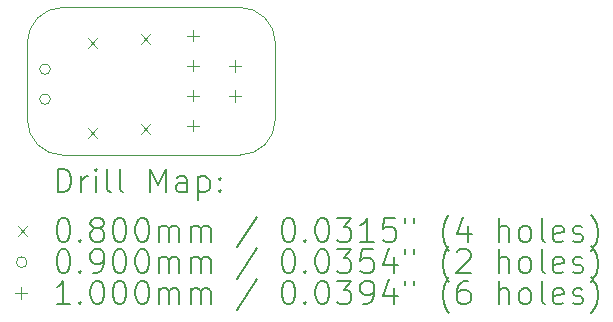
<source format=gbr>
%TF.GenerationSoftware,KiCad,Pcbnew,8.0.4*%
%TF.CreationDate,2024-08-19T00:06:55-07:00*%
%TF.ProjectId,LED2,4c454432-2e6b-4696-9361-645f70636258,rev?*%
%TF.SameCoordinates,Original*%
%TF.FileFunction,Drillmap*%
%TF.FilePolarity,Positive*%
%FSLAX45Y45*%
G04 Gerber Fmt 4.5, Leading zero omitted, Abs format (unit mm)*
G04 Created by KiCad (PCBNEW 8.0.4) date 2024-08-19 00:06:55*
%MOMM*%
%LPD*%
G01*
G04 APERTURE LIST*
%ADD10C,0.050000*%
%ADD11C,0.200000*%
%ADD12C,0.100000*%
G04 APERTURE END LIST*
D10*
X16006000Y-9281000D02*
G75*
G02*
X16306000Y-9581000I0J-300000D01*
G01*
X16006000Y-10531000D02*
X14506000Y-10531000D01*
X16306000Y-9581000D02*
X16306000Y-10231000D01*
X14206000Y-9581000D02*
G75*
G02*
X14506000Y-9281000I300000J0D01*
G01*
X14206000Y-10231000D02*
X14206000Y-9581000D01*
X14506000Y-10531000D02*
G75*
G02*
X14206000Y-10231000I0J300000D01*
G01*
X14506000Y-9281000D02*
X16006000Y-9281000D01*
X16306000Y-10231000D02*
G75*
G02*
X16006000Y-10531000I-300000J0D01*
G01*
D11*
D12*
X14716000Y-9541000D02*
X14796000Y-9621000D01*
X14796000Y-9541000D02*
X14716000Y-9621000D01*
X14716000Y-10303000D02*
X14796000Y-10383000D01*
X14796000Y-10303000D02*
X14716000Y-10383000D01*
X15166000Y-9510000D02*
X15246000Y-9590000D01*
X15246000Y-9510000D02*
X15166000Y-9590000D01*
X15166000Y-10272000D02*
X15246000Y-10352000D01*
X15246000Y-10272000D02*
X15166000Y-10352000D01*
X14401000Y-9803500D02*
G75*
G02*
X14311000Y-9803500I-45000J0D01*
G01*
X14311000Y-9803500D02*
G75*
G02*
X14401000Y-9803500I45000J0D01*
G01*
X14401000Y-10057500D02*
G75*
G02*
X14311000Y-10057500I-45000J0D01*
G01*
X14311000Y-10057500D02*
G75*
G02*
X14401000Y-10057500I45000J0D01*
G01*
X15606000Y-9469000D02*
X15606000Y-9569000D01*
X15556000Y-9519000D02*
X15656000Y-9519000D01*
X15606000Y-9723000D02*
X15606000Y-9823000D01*
X15556000Y-9773000D02*
X15656000Y-9773000D01*
X15606000Y-9977000D02*
X15606000Y-10077000D01*
X15556000Y-10027000D02*
X15656000Y-10027000D01*
X15606000Y-10231000D02*
X15606000Y-10331000D01*
X15556000Y-10281000D02*
X15656000Y-10281000D01*
X15965000Y-9725000D02*
X15965000Y-9825000D01*
X15915000Y-9775000D02*
X16015000Y-9775000D01*
X15965000Y-9979000D02*
X15965000Y-10079000D01*
X15915000Y-10029000D02*
X16015000Y-10029000D01*
D11*
X14464277Y-10844984D02*
X14464277Y-10644984D01*
X14464277Y-10644984D02*
X14511896Y-10644984D01*
X14511896Y-10644984D02*
X14540467Y-10654508D01*
X14540467Y-10654508D02*
X14559515Y-10673555D01*
X14559515Y-10673555D02*
X14569039Y-10692603D01*
X14569039Y-10692603D02*
X14578562Y-10730698D01*
X14578562Y-10730698D02*
X14578562Y-10759270D01*
X14578562Y-10759270D02*
X14569039Y-10797365D01*
X14569039Y-10797365D02*
X14559515Y-10816412D01*
X14559515Y-10816412D02*
X14540467Y-10835460D01*
X14540467Y-10835460D02*
X14511896Y-10844984D01*
X14511896Y-10844984D02*
X14464277Y-10844984D01*
X14664277Y-10844984D02*
X14664277Y-10711650D01*
X14664277Y-10749746D02*
X14673801Y-10730698D01*
X14673801Y-10730698D02*
X14683324Y-10721174D01*
X14683324Y-10721174D02*
X14702372Y-10711650D01*
X14702372Y-10711650D02*
X14721420Y-10711650D01*
X14788086Y-10844984D02*
X14788086Y-10711650D01*
X14788086Y-10644984D02*
X14778562Y-10654508D01*
X14778562Y-10654508D02*
X14788086Y-10664031D01*
X14788086Y-10664031D02*
X14797610Y-10654508D01*
X14797610Y-10654508D02*
X14788086Y-10644984D01*
X14788086Y-10644984D02*
X14788086Y-10664031D01*
X14911896Y-10844984D02*
X14892848Y-10835460D01*
X14892848Y-10835460D02*
X14883324Y-10816412D01*
X14883324Y-10816412D02*
X14883324Y-10644984D01*
X15016658Y-10844984D02*
X14997610Y-10835460D01*
X14997610Y-10835460D02*
X14988086Y-10816412D01*
X14988086Y-10816412D02*
X14988086Y-10644984D01*
X15245229Y-10844984D02*
X15245229Y-10644984D01*
X15245229Y-10644984D02*
X15311896Y-10787841D01*
X15311896Y-10787841D02*
X15378562Y-10644984D01*
X15378562Y-10644984D02*
X15378562Y-10844984D01*
X15559515Y-10844984D02*
X15559515Y-10740222D01*
X15559515Y-10740222D02*
X15549991Y-10721174D01*
X15549991Y-10721174D02*
X15530943Y-10711650D01*
X15530943Y-10711650D02*
X15492848Y-10711650D01*
X15492848Y-10711650D02*
X15473801Y-10721174D01*
X15559515Y-10835460D02*
X15540467Y-10844984D01*
X15540467Y-10844984D02*
X15492848Y-10844984D01*
X15492848Y-10844984D02*
X15473801Y-10835460D01*
X15473801Y-10835460D02*
X15464277Y-10816412D01*
X15464277Y-10816412D02*
X15464277Y-10797365D01*
X15464277Y-10797365D02*
X15473801Y-10778317D01*
X15473801Y-10778317D02*
X15492848Y-10768793D01*
X15492848Y-10768793D02*
X15540467Y-10768793D01*
X15540467Y-10768793D02*
X15559515Y-10759270D01*
X15654753Y-10711650D02*
X15654753Y-10911650D01*
X15654753Y-10721174D02*
X15673801Y-10711650D01*
X15673801Y-10711650D02*
X15711896Y-10711650D01*
X15711896Y-10711650D02*
X15730943Y-10721174D01*
X15730943Y-10721174D02*
X15740467Y-10730698D01*
X15740467Y-10730698D02*
X15749991Y-10749746D01*
X15749991Y-10749746D02*
X15749991Y-10806889D01*
X15749991Y-10806889D02*
X15740467Y-10825936D01*
X15740467Y-10825936D02*
X15730943Y-10835460D01*
X15730943Y-10835460D02*
X15711896Y-10844984D01*
X15711896Y-10844984D02*
X15673801Y-10844984D01*
X15673801Y-10844984D02*
X15654753Y-10835460D01*
X15835705Y-10825936D02*
X15845229Y-10835460D01*
X15845229Y-10835460D02*
X15835705Y-10844984D01*
X15835705Y-10844984D02*
X15826182Y-10835460D01*
X15826182Y-10835460D02*
X15835705Y-10825936D01*
X15835705Y-10825936D02*
X15835705Y-10844984D01*
X15835705Y-10721174D02*
X15845229Y-10730698D01*
X15845229Y-10730698D02*
X15835705Y-10740222D01*
X15835705Y-10740222D02*
X15826182Y-10730698D01*
X15826182Y-10730698D02*
X15835705Y-10721174D01*
X15835705Y-10721174D02*
X15835705Y-10740222D01*
D12*
X14123500Y-11133500D02*
X14203500Y-11213500D01*
X14203500Y-11133500D02*
X14123500Y-11213500D01*
D11*
X14502372Y-11064984D02*
X14521420Y-11064984D01*
X14521420Y-11064984D02*
X14540467Y-11074508D01*
X14540467Y-11074508D02*
X14549991Y-11084031D01*
X14549991Y-11084031D02*
X14559515Y-11103079D01*
X14559515Y-11103079D02*
X14569039Y-11141174D01*
X14569039Y-11141174D02*
X14569039Y-11188793D01*
X14569039Y-11188793D02*
X14559515Y-11226888D01*
X14559515Y-11226888D02*
X14549991Y-11245936D01*
X14549991Y-11245936D02*
X14540467Y-11255460D01*
X14540467Y-11255460D02*
X14521420Y-11264984D01*
X14521420Y-11264984D02*
X14502372Y-11264984D01*
X14502372Y-11264984D02*
X14483324Y-11255460D01*
X14483324Y-11255460D02*
X14473801Y-11245936D01*
X14473801Y-11245936D02*
X14464277Y-11226888D01*
X14464277Y-11226888D02*
X14454753Y-11188793D01*
X14454753Y-11188793D02*
X14454753Y-11141174D01*
X14454753Y-11141174D02*
X14464277Y-11103079D01*
X14464277Y-11103079D02*
X14473801Y-11084031D01*
X14473801Y-11084031D02*
X14483324Y-11074508D01*
X14483324Y-11074508D02*
X14502372Y-11064984D01*
X14654753Y-11245936D02*
X14664277Y-11255460D01*
X14664277Y-11255460D02*
X14654753Y-11264984D01*
X14654753Y-11264984D02*
X14645229Y-11255460D01*
X14645229Y-11255460D02*
X14654753Y-11245936D01*
X14654753Y-11245936D02*
X14654753Y-11264984D01*
X14778562Y-11150698D02*
X14759515Y-11141174D01*
X14759515Y-11141174D02*
X14749991Y-11131650D01*
X14749991Y-11131650D02*
X14740467Y-11112603D01*
X14740467Y-11112603D02*
X14740467Y-11103079D01*
X14740467Y-11103079D02*
X14749991Y-11084031D01*
X14749991Y-11084031D02*
X14759515Y-11074508D01*
X14759515Y-11074508D02*
X14778562Y-11064984D01*
X14778562Y-11064984D02*
X14816658Y-11064984D01*
X14816658Y-11064984D02*
X14835705Y-11074508D01*
X14835705Y-11074508D02*
X14845229Y-11084031D01*
X14845229Y-11084031D02*
X14854753Y-11103079D01*
X14854753Y-11103079D02*
X14854753Y-11112603D01*
X14854753Y-11112603D02*
X14845229Y-11131650D01*
X14845229Y-11131650D02*
X14835705Y-11141174D01*
X14835705Y-11141174D02*
X14816658Y-11150698D01*
X14816658Y-11150698D02*
X14778562Y-11150698D01*
X14778562Y-11150698D02*
X14759515Y-11160222D01*
X14759515Y-11160222D02*
X14749991Y-11169746D01*
X14749991Y-11169746D02*
X14740467Y-11188793D01*
X14740467Y-11188793D02*
X14740467Y-11226888D01*
X14740467Y-11226888D02*
X14749991Y-11245936D01*
X14749991Y-11245936D02*
X14759515Y-11255460D01*
X14759515Y-11255460D02*
X14778562Y-11264984D01*
X14778562Y-11264984D02*
X14816658Y-11264984D01*
X14816658Y-11264984D02*
X14835705Y-11255460D01*
X14835705Y-11255460D02*
X14845229Y-11245936D01*
X14845229Y-11245936D02*
X14854753Y-11226888D01*
X14854753Y-11226888D02*
X14854753Y-11188793D01*
X14854753Y-11188793D02*
X14845229Y-11169746D01*
X14845229Y-11169746D02*
X14835705Y-11160222D01*
X14835705Y-11160222D02*
X14816658Y-11150698D01*
X14978562Y-11064984D02*
X14997610Y-11064984D01*
X14997610Y-11064984D02*
X15016658Y-11074508D01*
X15016658Y-11074508D02*
X15026182Y-11084031D01*
X15026182Y-11084031D02*
X15035705Y-11103079D01*
X15035705Y-11103079D02*
X15045229Y-11141174D01*
X15045229Y-11141174D02*
X15045229Y-11188793D01*
X15045229Y-11188793D02*
X15035705Y-11226888D01*
X15035705Y-11226888D02*
X15026182Y-11245936D01*
X15026182Y-11245936D02*
X15016658Y-11255460D01*
X15016658Y-11255460D02*
X14997610Y-11264984D01*
X14997610Y-11264984D02*
X14978562Y-11264984D01*
X14978562Y-11264984D02*
X14959515Y-11255460D01*
X14959515Y-11255460D02*
X14949991Y-11245936D01*
X14949991Y-11245936D02*
X14940467Y-11226888D01*
X14940467Y-11226888D02*
X14930943Y-11188793D01*
X14930943Y-11188793D02*
X14930943Y-11141174D01*
X14930943Y-11141174D02*
X14940467Y-11103079D01*
X14940467Y-11103079D02*
X14949991Y-11084031D01*
X14949991Y-11084031D02*
X14959515Y-11074508D01*
X14959515Y-11074508D02*
X14978562Y-11064984D01*
X15169039Y-11064984D02*
X15188086Y-11064984D01*
X15188086Y-11064984D02*
X15207134Y-11074508D01*
X15207134Y-11074508D02*
X15216658Y-11084031D01*
X15216658Y-11084031D02*
X15226182Y-11103079D01*
X15226182Y-11103079D02*
X15235705Y-11141174D01*
X15235705Y-11141174D02*
X15235705Y-11188793D01*
X15235705Y-11188793D02*
X15226182Y-11226888D01*
X15226182Y-11226888D02*
X15216658Y-11245936D01*
X15216658Y-11245936D02*
X15207134Y-11255460D01*
X15207134Y-11255460D02*
X15188086Y-11264984D01*
X15188086Y-11264984D02*
X15169039Y-11264984D01*
X15169039Y-11264984D02*
X15149991Y-11255460D01*
X15149991Y-11255460D02*
X15140467Y-11245936D01*
X15140467Y-11245936D02*
X15130943Y-11226888D01*
X15130943Y-11226888D02*
X15121420Y-11188793D01*
X15121420Y-11188793D02*
X15121420Y-11141174D01*
X15121420Y-11141174D02*
X15130943Y-11103079D01*
X15130943Y-11103079D02*
X15140467Y-11084031D01*
X15140467Y-11084031D02*
X15149991Y-11074508D01*
X15149991Y-11074508D02*
X15169039Y-11064984D01*
X15321420Y-11264984D02*
X15321420Y-11131650D01*
X15321420Y-11150698D02*
X15330943Y-11141174D01*
X15330943Y-11141174D02*
X15349991Y-11131650D01*
X15349991Y-11131650D02*
X15378563Y-11131650D01*
X15378563Y-11131650D02*
X15397610Y-11141174D01*
X15397610Y-11141174D02*
X15407134Y-11160222D01*
X15407134Y-11160222D02*
X15407134Y-11264984D01*
X15407134Y-11160222D02*
X15416658Y-11141174D01*
X15416658Y-11141174D02*
X15435705Y-11131650D01*
X15435705Y-11131650D02*
X15464277Y-11131650D01*
X15464277Y-11131650D02*
X15483324Y-11141174D01*
X15483324Y-11141174D02*
X15492848Y-11160222D01*
X15492848Y-11160222D02*
X15492848Y-11264984D01*
X15588086Y-11264984D02*
X15588086Y-11131650D01*
X15588086Y-11150698D02*
X15597610Y-11141174D01*
X15597610Y-11141174D02*
X15616658Y-11131650D01*
X15616658Y-11131650D02*
X15645229Y-11131650D01*
X15645229Y-11131650D02*
X15664277Y-11141174D01*
X15664277Y-11141174D02*
X15673801Y-11160222D01*
X15673801Y-11160222D02*
X15673801Y-11264984D01*
X15673801Y-11160222D02*
X15683324Y-11141174D01*
X15683324Y-11141174D02*
X15702372Y-11131650D01*
X15702372Y-11131650D02*
X15730943Y-11131650D01*
X15730943Y-11131650D02*
X15749991Y-11141174D01*
X15749991Y-11141174D02*
X15759515Y-11160222D01*
X15759515Y-11160222D02*
X15759515Y-11264984D01*
X16149991Y-11055460D02*
X15978563Y-11312603D01*
X16407134Y-11064984D02*
X16426182Y-11064984D01*
X16426182Y-11064984D02*
X16445229Y-11074508D01*
X16445229Y-11074508D02*
X16454753Y-11084031D01*
X16454753Y-11084031D02*
X16464277Y-11103079D01*
X16464277Y-11103079D02*
X16473801Y-11141174D01*
X16473801Y-11141174D02*
X16473801Y-11188793D01*
X16473801Y-11188793D02*
X16464277Y-11226888D01*
X16464277Y-11226888D02*
X16454753Y-11245936D01*
X16454753Y-11245936D02*
X16445229Y-11255460D01*
X16445229Y-11255460D02*
X16426182Y-11264984D01*
X16426182Y-11264984D02*
X16407134Y-11264984D01*
X16407134Y-11264984D02*
X16388086Y-11255460D01*
X16388086Y-11255460D02*
X16378563Y-11245936D01*
X16378563Y-11245936D02*
X16369039Y-11226888D01*
X16369039Y-11226888D02*
X16359515Y-11188793D01*
X16359515Y-11188793D02*
X16359515Y-11141174D01*
X16359515Y-11141174D02*
X16369039Y-11103079D01*
X16369039Y-11103079D02*
X16378563Y-11084031D01*
X16378563Y-11084031D02*
X16388086Y-11074508D01*
X16388086Y-11074508D02*
X16407134Y-11064984D01*
X16559515Y-11245936D02*
X16569039Y-11255460D01*
X16569039Y-11255460D02*
X16559515Y-11264984D01*
X16559515Y-11264984D02*
X16549991Y-11255460D01*
X16549991Y-11255460D02*
X16559515Y-11245936D01*
X16559515Y-11245936D02*
X16559515Y-11264984D01*
X16692848Y-11064984D02*
X16711896Y-11064984D01*
X16711896Y-11064984D02*
X16730944Y-11074508D01*
X16730944Y-11074508D02*
X16740467Y-11084031D01*
X16740467Y-11084031D02*
X16749991Y-11103079D01*
X16749991Y-11103079D02*
X16759515Y-11141174D01*
X16759515Y-11141174D02*
X16759515Y-11188793D01*
X16759515Y-11188793D02*
X16749991Y-11226888D01*
X16749991Y-11226888D02*
X16740467Y-11245936D01*
X16740467Y-11245936D02*
X16730944Y-11255460D01*
X16730944Y-11255460D02*
X16711896Y-11264984D01*
X16711896Y-11264984D02*
X16692848Y-11264984D01*
X16692848Y-11264984D02*
X16673801Y-11255460D01*
X16673801Y-11255460D02*
X16664277Y-11245936D01*
X16664277Y-11245936D02*
X16654753Y-11226888D01*
X16654753Y-11226888D02*
X16645229Y-11188793D01*
X16645229Y-11188793D02*
X16645229Y-11141174D01*
X16645229Y-11141174D02*
X16654753Y-11103079D01*
X16654753Y-11103079D02*
X16664277Y-11084031D01*
X16664277Y-11084031D02*
X16673801Y-11074508D01*
X16673801Y-11074508D02*
X16692848Y-11064984D01*
X16826182Y-11064984D02*
X16949991Y-11064984D01*
X16949991Y-11064984D02*
X16883325Y-11141174D01*
X16883325Y-11141174D02*
X16911896Y-11141174D01*
X16911896Y-11141174D02*
X16930944Y-11150698D01*
X16930944Y-11150698D02*
X16940468Y-11160222D01*
X16940468Y-11160222D02*
X16949991Y-11179270D01*
X16949991Y-11179270D02*
X16949991Y-11226888D01*
X16949991Y-11226888D02*
X16940468Y-11245936D01*
X16940468Y-11245936D02*
X16930944Y-11255460D01*
X16930944Y-11255460D02*
X16911896Y-11264984D01*
X16911896Y-11264984D02*
X16854753Y-11264984D01*
X16854753Y-11264984D02*
X16835706Y-11255460D01*
X16835706Y-11255460D02*
X16826182Y-11245936D01*
X17140468Y-11264984D02*
X17026182Y-11264984D01*
X17083325Y-11264984D02*
X17083325Y-11064984D01*
X17083325Y-11064984D02*
X17064277Y-11093555D01*
X17064277Y-11093555D02*
X17045229Y-11112603D01*
X17045229Y-11112603D02*
X17026182Y-11122127D01*
X17321420Y-11064984D02*
X17226182Y-11064984D01*
X17226182Y-11064984D02*
X17216658Y-11160222D01*
X17216658Y-11160222D02*
X17226182Y-11150698D01*
X17226182Y-11150698D02*
X17245229Y-11141174D01*
X17245229Y-11141174D02*
X17292849Y-11141174D01*
X17292849Y-11141174D02*
X17311896Y-11150698D01*
X17311896Y-11150698D02*
X17321420Y-11160222D01*
X17321420Y-11160222D02*
X17330944Y-11179270D01*
X17330944Y-11179270D02*
X17330944Y-11226888D01*
X17330944Y-11226888D02*
X17321420Y-11245936D01*
X17321420Y-11245936D02*
X17311896Y-11255460D01*
X17311896Y-11255460D02*
X17292849Y-11264984D01*
X17292849Y-11264984D02*
X17245229Y-11264984D01*
X17245229Y-11264984D02*
X17226182Y-11255460D01*
X17226182Y-11255460D02*
X17216658Y-11245936D01*
X17407134Y-11064984D02*
X17407134Y-11103079D01*
X17483325Y-11064984D02*
X17483325Y-11103079D01*
X17778563Y-11341174D02*
X17769039Y-11331650D01*
X17769039Y-11331650D02*
X17749991Y-11303079D01*
X17749991Y-11303079D02*
X17740468Y-11284031D01*
X17740468Y-11284031D02*
X17730944Y-11255460D01*
X17730944Y-11255460D02*
X17721420Y-11207841D01*
X17721420Y-11207841D02*
X17721420Y-11169746D01*
X17721420Y-11169746D02*
X17730944Y-11122127D01*
X17730944Y-11122127D02*
X17740468Y-11093555D01*
X17740468Y-11093555D02*
X17749991Y-11074508D01*
X17749991Y-11074508D02*
X17769039Y-11045936D01*
X17769039Y-11045936D02*
X17778563Y-11036412D01*
X17940468Y-11131650D02*
X17940468Y-11264984D01*
X17892849Y-11055460D02*
X17845230Y-11198317D01*
X17845230Y-11198317D02*
X17969039Y-11198317D01*
X18197611Y-11264984D02*
X18197611Y-11064984D01*
X18283325Y-11264984D02*
X18283325Y-11160222D01*
X18283325Y-11160222D02*
X18273801Y-11141174D01*
X18273801Y-11141174D02*
X18254753Y-11131650D01*
X18254753Y-11131650D02*
X18226182Y-11131650D01*
X18226182Y-11131650D02*
X18207134Y-11141174D01*
X18207134Y-11141174D02*
X18197611Y-11150698D01*
X18407134Y-11264984D02*
X18388087Y-11255460D01*
X18388087Y-11255460D02*
X18378563Y-11245936D01*
X18378563Y-11245936D02*
X18369039Y-11226888D01*
X18369039Y-11226888D02*
X18369039Y-11169746D01*
X18369039Y-11169746D02*
X18378563Y-11150698D01*
X18378563Y-11150698D02*
X18388087Y-11141174D01*
X18388087Y-11141174D02*
X18407134Y-11131650D01*
X18407134Y-11131650D02*
X18435706Y-11131650D01*
X18435706Y-11131650D02*
X18454753Y-11141174D01*
X18454753Y-11141174D02*
X18464277Y-11150698D01*
X18464277Y-11150698D02*
X18473801Y-11169746D01*
X18473801Y-11169746D02*
X18473801Y-11226888D01*
X18473801Y-11226888D02*
X18464277Y-11245936D01*
X18464277Y-11245936D02*
X18454753Y-11255460D01*
X18454753Y-11255460D02*
X18435706Y-11264984D01*
X18435706Y-11264984D02*
X18407134Y-11264984D01*
X18588087Y-11264984D02*
X18569039Y-11255460D01*
X18569039Y-11255460D02*
X18559515Y-11236412D01*
X18559515Y-11236412D02*
X18559515Y-11064984D01*
X18740468Y-11255460D02*
X18721420Y-11264984D01*
X18721420Y-11264984D02*
X18683325Y-11264984D01*
X18683325Y-11264984D02*
X18664277Y-11255460D01*
X18664277Y-11255460D02*
X18654753Y-11236412D01*
X18654753Y-11236412D02*
X18654753Y-11160222D01*
X18654753Y-11160222D02*
X18664277Y-11141174D01*
X18664277Y-11141174D02*
X18683325Y-11131650D01*
X18683325Y-11131650D02*
X18721420Y-11131650D01*
X18721420Y-11131650D02*
X18740468Y-11141174D01*
X18740468Y-11141174D02*
X18749992Y-11160222D01*
X18749992Y-11160222D02*
X18749992Y-11179270D01*
X18749992Y-11179270D02*
X18654753Y-11198317D01*
X18826182Y-11255460D02*
X18845230Y-11264984D01*
X18845230Y-11264984D02*
X18883325Y-11264984D01*
X18883325Y-11264984D02*
X18902373Y-11255460D01*
X18902373Y-11255460D02*
X18911896Y-11236412D01*
X18911896Y-11236412D02*
X18911896Y-11226888D01*
X18911896Y-11226888D02*
X18902373Y-11207841D01*
X18902373Y-11207841D02*
X18883325Y-11198317D01*
X18883325Y-11198317D02*
X18854753Y-11198317D01*
X18854753Y-11198317D02*
X18835706Y-11188793D01*
X18835706Y-11188793D02*
X18826182Y-11169746D01*
X18826182Y-11169746D02*
X18826182Y-11160222D01*
X18826182Y-11160222D02*
X18835706Y-11141174D01*
X18835706Y-11141174D02*
X18854753Y-11131650D01*
X18854753Y-11131650D02*
X18883325Y-11131650D01*
X18883325Y-11131650D02*
X18902373Y-11141174D01*
X18978563Y-11341174D02*
X18988087Y-11331650D01*
X18988087Y-11331650D02*
X19007134Y-11303079D01*
X19007134Y-11303079D02*
X19016658Y-11284031D01*
X19016658Y-11284031D02*
X19026182Y-11255460D01*
X19026182Y-11255460D02*
X19035706Y-11207841D01*
X19035706Y-11207841D02*
X19035706Y-11169746D01*
X19035706Y-11169746D02*
X19026182Y-11122127D01*
X19026182Y-11122127D02*
X19016658Y-11093555D01*
X19016658Y-11093555D02*
X19007134Y-11074508D01*
X19007134Y-11074508D02*
X18988087Y-11045936D01*
X18988087Y-11045936D02*
X18978563Y-11036412D01*
D12*
X14203500Y-11437500D02*
G75*
G02*
X14113500Y-11437500I-45000J0D01*
G01*
X14113500Y-11437500D02*
G75*
G02*
X14203500Y-11437500I45000J0D01*
G01*
D11*
X14502372Y-11328984D02*
X14521420Y-11328984D01*
X14521420Y-11328984D02*
X14540467Y-11338508D01*
X14540467Y-11338508D02*
X14549991Y-11348031D01*
X14549991Y-11348031D02*
X14559515Y-11367079D01*
X14559515Y-11367079D02*
X14569039Y-11405174D01*
X14569039Y-11405174D02*
X14569039Y-11452793D01*
X14569039Y-11452793D02*
X14559515Y-11490888D01*
X14559515Y-11490888D02*
X14549991Y-11509936D01*
X14549991Y-11509936D02*
X14540467Y-11519460D01*
X14540467Y-11519460D02*
X14521420Y-11528984D01*
X14521420Y-11528984D02*
X14502372Y-11528984D01*
X14502372Y-11528984D02*
X14483324Y-11519460D01*
X14483324Y-11519460D02*
X14473801Y-11509936D01*
X14473801Y-11509936D02*
X14464277Y-11490888D01*
X14464277Y-11490888D02*
X14454753Y-11452793D01*
X14454753Y-11452793D02*
X14454753Y-11405174D01*
X14454753Y-11405174D02*
X14464277Y-11367079D01*
X14464277Y-11367079D02*
X14473801Y-11348031D01*
X14473801Y-11348031D02*
X14483324Y-11338508D01*
X14483324Y-11338508D02*
X14502372Y-11328984D01*
X14654753Y-11509936D02*
X14664277Y-11519460D01*
X14664277Y-11519460D02*
X14654753Y-11528984D01*
X14654753Y-11528984D02*
X14645229Y-11519460D01*
X14645229Y-11519460D02*
X14654753Y-11509936D01*
X14654753Y-11509936D02*
X14654753Y-11528984D01*
X14759515Y-11528984D02*
X14797610Y-11528984D01*
X14797610Y-11528984D02*
X14816658Y-11519460D01*
X14816658Y-11519460D02*
X14826182Y-11509936D01*
X14826182Y-11509936D02*
X14845229Y-11481365D01*
X14845229Y-11481365D02*
X14854753Y-11443269D01*
X14854753Y-11443269D02*
X14854753Y-11367079D01*
X14854753Y-11367079D02*
X14845229Y-11348031D01*
X14845229Y-11348031D02*
X14835705Y-11338508D01*
X14835705Y-11338508D02*
X14816658Y-11328984D01*
X14816658Y-11328984D02*
X14778562Y-11328984D01*
X14778562Y-11328984D02*
X14759515Y-11338508D01*
X14759515Y-11338508D02*
X14749991Y-11348031D01*
X14749991Y-11348031D02*
X14740467Y-11367079D01*
X14740467Y-11367079D02*
X14740467Y-11414698D01*
X14740467Y-11414698D02*
X14749991Y-11433746D01*
X14749991Y-11433746D02*
X14759515Y-11443269D01*
X14759515Y-11443269D02*
X14778562Y-11452793D01*
X14778562Y-11452793D02*
X14816658Y-11452793D01*
X14816658Y-11452793D02*
X14835705Y-11443269D01*
X14835705Y-11443269D02*
X14845229Y-11433746D01*
X14845229Y-11433746D02*
X14854753Y-11414698D01*
X14978562Y-11328984D02*
X14997610Y-11328984D01*
X14997610Y-11328984D02*
X15016658Y-11338508D01*
X15016658Y-11338508D02*
X15026182Y-11348031D01*
X15026182Y-11348031D02*
X15035705Y-11367079D01*
X15035705Y-11367079D02*
X15045229Y-11405174D01*
X15045229Y-11405174D02*
X15045229Y-11452793D01*
X15045229Y-11452793D02*
X15035705Y-11490888D01*
X15035705Y-11490888D02*
X15026182Y-11509936D01*
X15026182Y-11509936D02*
X15016658Y-11519460D01*
X15016658Y-11519460D02*
X14997610Y-11528984D01*
X14997610Y-11528984D02*
X14978562Y-11528984D01*
X14978562Y-11528984D02*
X14959515Y-11519460D01*
X14959515Y-11519460D02*
X14949991Y-11509936D01*
X14949991Y-11509936D02*
X14940467Y-11490888D01*
X14940467Y-11490888D02*
X14930943Y-11452793D01*
X14930943Y-11452793D02*
X14930943Y-11405174D01*
X14930943Y-11405174D02*
X14940467Y-11367079D01*
X14940467Y-11367079D02*
X14949991Y-11348031D01*
X14949991Y-11348031D02*
X14959515Y-11338508D01*
X14959515Y-11338508D02*
X14978562Y-11328984D01*
X15169039Y-11328984D02*
X15188086Y-11328984D01*
X15188086Y-11328984D02*
X15207134Y-11338508D01*
X15207134Y-11338508D02*
X15216658Y-11348031D01*
X15216658Y-11348031D02*
X15226182Y-11367079D01*
X15226182Y-11367079D02*
X15235705Y-11405174D01*
X15235705Y-11405174D02*
X15235705Y-11452793D01*
X15235705Y-11452793D02*
X15226182Y-11490888D01*
X15226182Y-11490888D02*
X15216658Y-11509936D01*
X15216658Y-11509936D02*
X15207134Y-11519460D01*
X15207134Y-11519460D02*
X15188086Y-11528984D01*
X15188086Y-11528984D02*
X15169039Y-11528984D01*
X15169039Y-11528984D02*
X15149991Y-11519460D01*
X15149991Y-11519460D02*
X15140467Y-11509936D01*
X15140467Y-11509936D02*
X15130943Y-11490888D01*
X15130943Y-11490888D02*
X15121420Y-11452793D01*
X15121420Y-11452793D02*
X15121420Y-11405174D01*
X15121420Y-11405174D02*
X15130943Y-11367079D01*
X15130943Y-11367079D02*
X15140467Y-11348031D01*
X15140467Y-11348031D02*
X15149991Y-11338508D01*
X15149991Y-11338508D02*
X15169039Y-11328984D01*
X15321420Y-11528984D02*
X15321420Y-11395650D01*
X15321420Y-11414698D02*
X15330943Y-11405174D01*
X15330943Y-11405174D02*
X15349991Y-11395650D01*
X15349991Y-11395650D02*
X15378563Y-11395650D01*
X15378563Y-11395650D02*
X15397610Y-11405174D01*
X15397610Y-11405174D02*
X15407134Y-11424222D01*
X15407134Y-11424222D02*
X15407134Y-11528984D01*
X15407134Y-11424222D02*
X15416658Y-11405174D01*
X15416658Y-11405174D02*
X15435705Y-11395650D01*
X15435705Y-11395650D02*
X15464277Y-11395650D01*
X15464277Y-11395650D02*
X15483324Y-11405174D01*
X15483324Y-11405174D02*
X15492848Y-11424222D01*
X15492848Y-11424222D02*
X15492848Y-11528984D01*
X15588086Y-11528984D02*
X15588086Y-11395650D01*
X15588086Y-11414698D02*
X15597610Y-11405174D01*
X15597610Y-11405174D02*
X15616658Y-11395650D01*
X15616658Y-11395650D02*
X15645229Y-11395650D01*
X15645229Y-11395650D02*
X15664277Y-11405174D01*
X15664277Y-11405174D02*
X15673801Y-11424222D01*
X15673801Y-11424222D02*
X15673801Y-11528984D01*
X15673801Y-11424222D02*
X15683324Y-11405174D01*
X15683324Y-11405174D02*
X15702372Y-11395650D01*
X15702372Y-11395650D02*
X15730943Y-11395650D01*
X15730943Y-11395650D02*
X15749991Y-11405174D01*
X15749991Y-11405174D02*
X15759515Y-11424222D01*
X15759515Y-11424222D02*
X15759515Y-11528984D01*
X16149991Y-11319460D02*
X15978563Y-11576603D01*
X16407134Y-11328984D02*
X16426182Y-11328984D01*
X16426182Y-11328984D02*
X16445229Y-11338508D01*
X16445229Y-11338508D02*
X16454753Y-11348031D01*
X16454753Y-11348031D02*
X16464277Y-11367079D01*
X16464277Y-11367079D02*
X16473801Y-11405174D01*
X16473801Y-11405174D02*
X16473801Y-11452793D01*
X16473801Y-11452793D02*
X16464277Y-11490888D01*
X16464277Y-11490888D02*
X16454753Y-11509936D01*
X16454753Y-11509936D02*
X16445229Y-11519460D01*
X16445229Y-11519460D02*
X16426182Y-11528984D01*
X16426182Y-11528984D02*
X16407134Y-11528984D01*
X16407134Y-11528984D02*
X16388086Y-11519460D01*
X16388086Y-11519460D02*
X16378563Y-11509936D01*
X16378563Y-11509936D02*
X16369039Y-11490888D01*
X16369039Y-11490888D02*
X16359515Y-11452793D01*
X16359515Y-11452793D02*
X16359515Y-11405174D01*
X16359515Y-11405174D02*
X16369039Y-11367079D01*
X16369039Y-11367079D02*
X16378563Y-11348031D01*
X16378563Y-11348031D02*
X16388086Y-11338508D01*
X16388086Y-11338508D02*
X16407134Y-11328984D01*
X16559515Y-11509936D02*
X16569039Y-11519460D01*
X16569039Y-11519460D02*
X16559515Y-11528984D01*
X16559515Y-11528984D02*
X16549991Y-11519460D01*
X16549991Y-11519460D02*
X16559515Y-11509936D01*
X16559515Y-11509936D02*
X16559515Y-11528984D01*
X16692848Y-11328984D02*
X16711896Y-11328984D01*
X16711896Y-11328984D02*
X16730944Y-11338508D01*
X16730944Y-11338508D02*
X16740467Y-11348031D01*
X16740467Y-11348031D02*
X16749991Y-11367079D01*
X16749991Y-11367079D02*
X16759515Y-11405174D01*
X16759515Y-11405174D02*
X16759515Y-11452793D01*
X16759515Y-11452793D02*
X16749991Y-11490888D01*
X16749991Y-11490888D02*
X16740467Y-11509936D01*
X16740467Y-11509936D02*
X16730944Y-11519460D01*
X16730944Y-11519460D02*
X16711896Y-11528984D01*
X16711896Y-11528984D02*
X16692848Y-11528984D01*
X16692848Y-11528984D02*
X16673801Y-11519460D01*
X16673801Y-11519460D02*
X16664277Y-11509936D01*
X16664277Y-11509936D02*
X16654753Y-11490888D01*
X16654753Y-11490888D02*
X16645229Y-11452793D01*
X16645229Y-11452793D02*
X16645229Y-11405174D01*
X16645229Y-11405174D02*
X16654753Y-11367079D01*
X16654753Y-11367079D02*
X16664277Y-11348031D01*
X16664277Y-11348031D02*
X16673801Y-11338508D01*
X16673801Y-11338508D02*
X16692848Y-11328984D01*
X16826182Y-11328984D02*
X16949991Y-11328984D01*
X16949991Y-11328984D02*
X16883325Y-11405174D01*
X16883325Y-11405174D02*
X16911896Y-11405174D01*
X16911896Y-11405174D02*
X16930944Y-11414698D01*
X16930944Y-11414698D02*
X16940468Y-11424222D01*
X16940468Y-11424222D02*
X16949991Y-11443269D01*
X16949991Y-11443269D02*
X16949991Y-11490888D01*
X16949991Y-11490888D02*
X16940468Y-11509936D01*
X16940468Y-11509936D02*
X16930944Y-11519460D01*
X16930944Y-11519460D02*
X16911896Y-11528984D01*
X16911896Y-11528984D02*
X16854753Y-11528984D01*
X16854753Y-11528984D02*
X16835706Y-11519460D01*
X16835706Y-11519460D02*
X16826182Y-11509936D01*
X17130944Y-11328984D02*
X17035706Y-11328984D01*
X17035706Y-11328984D02*
X17026182Y-11424222D01*
X17026182Y-11424222D02*
X17035706Y-11414698D01*
X17035706Y-11414698D02*
X17054753Y-11405174D01*
X17054753Y-11405174D02*
X17102372Y-11405174D01*
X17102372Y-11405174D02*
X17121420Y-11414698D01*
X17121420Y-11414698D02*
X17130944Y-11424222D01*
X17130944Y-11424222D02*
X17140468Y-11443269D01*
X17140468Y-11443269D02*
X17140468Y-11490888D01*
X17140468Y-11490888D02*
X17130944Y-11509936D01*
X17130944Y-11509936D02*
X17121420Y-11519460D01*
X17121420Y-11519460D02*
X17102372Y-11528984D01*
X17102372Y-11528984D02*
X17054753Y-11528984D01*
X17054753Y-11528984D02*
X17035706Y-11519460D01*
X17035706Y-11519460D02*
X17026182Y-11509936D01*
X17311896Y-11395650D02*
X17311896Y-11528984D01*
X17264277Y-11319460D02*
X17216658Y-11462317D01*
X17216658Y-11462317D02*
X17340468Y-11462317D01*
X17407134Y-11328984D02*
X17407134Y-11367079D01*
X17483325Y-11328984D02*
X17483325Y-11367079D01*
X17778563Y-11605174D02*
X17769039Y-11595650D01*
X17769039Y-11595650D02*
X17749991Y-11567079D01*
X17749991Y-11567079D02*
X17740468Y-11548031D01*
X17740468Y-11548031D02*
X17730944Y-11519460D01*
X17730944Y-11519460D02*
X17721420Y-11471841D01*
X17721420Y-11471841D02*
X17721420Y-11433746D01*
X17721420Y-11433746D02*
X17730944Y-11386127D01*
X17730944Y-11386127D02*
X17740468Y-11357555D01*
X17740468Y-11357555D02*
X17749991Y-11338508D01*
X17749991Y-11338508D02*
X17769039Y-11309936D01*
X17769039Y-11309936D02*
X17778563Y-11300412D01*
X17845230Y-11348031D02*
X17854753Y-11338508D01*
X17854753Y-11338508D02*
X17873801Y-11328984D01*
X17873801Y-11328984D02*
X17921420Y-11328984D01*
X17921420Y-11328984D02*
X17940468Y-11338508D01*
X17940468Y-11338508D02*
X17949991Y-11348031D01*
X17949991Y-11348031D02*
X17959515Y-11367079D01*
X17959515Y-11367079D02*
X17959515Y-11386127D01*
X17959515Y-11386127D02*
X17949991Y-11414698D01*
X17949991Y-11414698D02*
X17835706Y-11528984D01*
X17835706Y-11528984D02*
X17959515Y-11528984D01*
X18197611Y-11528984D02*
X18197611Y-11328984D01*
X18283325Y-11528984D02*
X18283325Y-11424222D01*
X18283325Y-11424222D02*
X18273801Y-11405174D01*
X18273801Y-11405174D02*
X18254753Y-11395650D01*
X18254753Y-11395650D02*
X18226182Y-11395650D01*
X18226182Y-11395650D02*
X18207134Y-11405174D01*
X18207134Y-11405174D02*
X18197611Y-11414698D01*
X18407134Y-11528984D02*
X18388087Y-11519460D01*
X18388087Y-11519460D02*
X18378563Y-11509936D01*
X18378563Y-11509936D02*
X18369039Y-11490888D01*
X18369039Y-11490888D02*
X18369039Y-11433746D01*
X18369039Y-11433746D02*
X18378563Y-11414698D01*
X18378563Y-11414698D02*
X18388087Y-11405174D01*
X18388087Y-11405174D02*
X18407134Y-11395650D01*
X18407134Y-11395650D02*
X18435706Y-11395650D01*
X18435706Y-11395650D02*
X18454753Y-11405174D01*
X18454753Y-11405174D02*
X18464277Y-11414698D01*
X18464277Y-11414698D02*
X18473801Y-11433746D01*
X18473801Y-11433746D02*
X18473801Y-11490888D01*
X18473801Y-11490888D02*
X18464277Y-11509936D01*
X18464277Y-11509936D02*
X18454753Y-11519460D01*
X18454753Y-11519460D02*
X18435706Y-11528984D01*
X18435706Y-11528984D02*
X18407134Y-11528984D01*
X18588087Y-11528984D02*
X18569039Y-11519460D01*
X18569039Y-11519460D02*
X18559515Y-11500412D01*
X18559515Y-11500412D02*
X18559515Y-11328984D01*
X18740468Y-11519460D02*
X18721420Y-11528984D01*
X18721420Y-11528984D02*
X18683325Y-11528984D01*
X18683325Y-11528984D02*
X18664277Y-11519460D01*
X18664277Y-11519460D02*
X18654753Y-11500412D01*
X18654753Y-11500412D02*
X18654753Y-11424222D01*
X18654753Y-11424222D02*
X18664277Y-11405174D01*
X18664277Y-11405174D02*
X18683325Y-11395650D01*
X18683325Y-11395650D02*
X18721420Y-11395650D01*
X18721420Y-11395650D02*
X18740468Y-11405174D01*
X18740468Y-11405174D02*
X18749992Y-11424222D01*
X18749992Y-11424222D02*
X18749992Y-11443269D01*
X18749992Y-11443269D02*
X18654753Y-11462317D01*
X18826182Y-11519460D02*
X18845230Y-11528984D01*
X18845230Y-11528984D02*
X18883325Y-11528984D01*
X18883325Y-11528984D02*
X18902373Y-11519460D01*
X18902373Y-11519460D02*
X18911896Y-11500412D01*
X18911896Y-11500412D02*
X18911896Y-11490888D01*
X18911896Y-11490888D02*
X18902373Y-11471841D01*
X18902373Y-11471841D02*
X18883325Y-11462317D01*
X18883325Y-11462317D02*
X18854753Y-11462317D01*
X18854753Y-11462317D02*
X18835706Y-11452793D01*
X18835706Y-11452793D02*
X18826182Y-11433746D01*
X18826182Y-11433746D02*
X18826182Y-11424222D01*
X18826182Y-11424222D02*
X18835706Y-11405174D01*
X18835706Y-11405174D02*
X18854753Y-11395650D01*
X18854753Y-11395650D02*
X18883325Y-11395650D01*
X18883325Y-11395650D02*
X18902373Y-11405174D01*
X18978563Y-11605174D02*
X18988087Y-11595650D01*
X18988087Y-11595650D02*
X19007134Y-11567079D01*
X19007134Y-11567079D02*
X19016658Y-11548031D01*
X19016658Y-11548031D02*
X19026182Y-11519460D01*
X19026182Y-11519460D02*
X19035706Y-11471841D01*
X19035706Y-11471841D02*
X19035706Y-11433746D01*
X19035706Y-11433746D02*
X19026182Y-11386127D01*
X19026182Y-11386127D02*
X19016658Y-11357555D01*
X19016658Y-11357555D02*
X19007134Y-11338508D01*
X19007134Y-11338508D02*
X18988087Y-11309936D01*
X18988087Y-11309936D02*
X18978563Y-11300412D01*
D12*
X14153500Y-11651500D02*
X14153500Y-11751500D01*
X14103500Y-11701500D02*
X14203500Y-11701500D01*
D11*
X14569039Y-11792984D02*
X14454753Y-11792984D01*
X14511896Y-11792984D02*
X14511896Y-11592984D01*
X14511896Y-11592984D02*
X14492848Y-11621555D01*
X14492848Y-11621555D02*
X14473801Y-11640603D01*
X14473801Y-11640603D02*
X14454753Y-11650127D01*
X14654753Y-11773936D02*
X14664277Y-11783460D01*
X14664277Y-11783460D02*
X14654753Y-11792984D01*
X14654753Y-11792984D02*
X14645229Y-11783460D01*
X14645229Y-11783460D02*
X14654753Y-11773936D01*
X14654753Y-11773936D02*
X14654753Y-11792984D01*
X14788086Y-11592984D02*
X14807134Y-11592984D01*
X14807134Y-11592984D02*
X14826182Y-11602508D01*
X14826182Y-11602508D02*
X14835705Y-11612031D01*
X14835705Y-11612031D02*
X14845229Y-11631079D01*
X14845229Y-11631079D02*
X14854753Y-11669174D01*
X14854753Y-11669174D02*
X14854753Y-11716793D01*
X14854753Y-11716793D02*
X14845229Y-11754888D01*
X14845229Y-11754888D02*
X14835705Y-11773936D01*
X14835705Y-11773936D02*
X14826182Y-11783460D01*
X14826182Y-11783460D02*
X14807134Y-11792984D01*
X14807134Y-11792984D02*
X14788086Y-11792984D01*
X14788086Y-11792984D02*
X14769039Y-11783460D01*
X14769039Y-11783460D02*
X14759515Y-11773936D01*
X14759515Y-11773936D02*
X14749991Y-11754888D01*
X14749991Y-11754888D02*
X14740467Y-11716793D01*
X14740467Y-11716793D02*
X14740467Y-11669174D01*
X14740467Y-11669174D02*
X14749991Y-11631079D01*
X14749991Y-11631079D02*
X14759515Y-11612031D01*
X14759515Y-11612031D02*
X14769039Y-11602508D01*
X14769039Y-11602508D02*
X14788086Y-11592984D01*
X14978562Y-11592984D02*
X14997610Y-11592984D01*
X14997610Y-11592984D02*
X15016658Y-11602508D01*
X15016658Y-11602508D02*
X15026182Y-11612031D01*
X15026182Y-11612031D02*
X15035705Y-11631079D01*
X15035705Y-11631079D02*
X15045229Y-11669174D01*
X15045229Y-11669174D02*
X15045229Y-11716793D01*
X15045229Y-11716793D02*
X15035705Y-11754888D01*
X15035705Y-11754888D02*
X15026182Y-11773936D01*
X15026182Y-11773936D02*
X15016658Y-11783460D01*
X15016658Y-11783460D02*
X14997610Y-11792984D01*
X14997610Y-11792984D02*
X14978562Y-11792984D01*
X14978562Y-11792984D02*
X14959515Y-11783460D01*
X14959515Y-11783460D02*
X14949991Y-11773936D01*
X14949991Y-11773936D02*
X14940467Y-11754888D01*
X14940467Y-11754888D02*
X14930943Y-11716793D01*
X14930943Y-11716793D02*
X14930943Y-11669174D01*
X14930943Y-11669174D02*
X14940467Y-11631079D01*
X14940467Y-11631079D02*
X14949991Y-11612031D01*
X14949991Y-11612031D02*
X14959515Y-11602508D01*
X14959515Y-11602508D02*
X14978562Y-11592984D01*
X15169039Y-11592984D02*
X15188086Y-11592984D01*
X15188086Y-11592984D02*
X15207134Y-11602508D01*
X15207134Y-11602508D02*
X15216658Y-11612031D01*
X15216658Y-11612031D02*
X15226182Y-11631079D01*
X15226182Y-11631079D02*
X15235705Y-11669174D01*
X15235705Y-11669174D02*
X15235705Y-11716793D01*
X15235705Y-11716793D02*
X15226182Y-11754888D01*
X15226182Y-11754888D02*
X15216658Y-11773936D01*
X15216658Y-11773936D02*
X15207134Y-11783460D01*
X15207134Y-11783460D02*
X15188086Y-11792984D01*
X15188086Y-11792984D02*
X15169039Y-11792984D01*
X15169039Y-11792984D02*
X15149991Y-11783460D01*
X15149991Y-11783460D02*
X15140467Y-11773936D01*
X15140467Y-11773936D02*
X15130943Y-11754888D01*
X15130943Y-11754888D02*
X15121420Y-11716793D01*
X15121420Y-11716793D02*
X15121420Y-11669174D01*
X15121420Y-11669174D02*
X15130943Y-11631079D01*
X15130943Y-11631079D02*
X15140467Y-11612031D01*
X15140467Y-11612031D02*
X15149991Y-11602508D01*
X15149991Y-11602508D02*
X15169039Y-11592984D01*
X15321420Y-11792984D02*
X15321420Y-11659650D01*
X15321420Y-11678698D02*
X15330943Y-11669174D01*
X15330943Y-11669174D02*
X15349991Y-11659650D01*
X15349991Y-11659650D02*
X15378563Y-11659650D01*
X15378563Y-11659650D02*
X15397610Y-11669174D01*
X15397610Y-11669174D02*
X15407134Y-11688222D01*
X15407134Y-11688222D02*
X15407134Y-11792984D01*
X15407134Y-11688222D02*
X15416658Y-11669174D01*
X15416658Y-11669174D02*
X15435705Y-11659650D01*
X15435705Y-11659650D02*
X15464277Y-11659650D01*
X15464277Y-11659650D02*
X15483324Y-11669174D01*
X15483324Y-11669174D02*
X15492848Y-11688222D01*
X15492848Y-11688222D02*
X15492848Y-11792984D01*
X15588086Y-11792984D02*
X15588086Y-11659650D01*
X15588086Y-11678698D02*
X15597610Y-11669174D01*
X15597610Y-11669174D02*
X15616658Y-11659650D01*
X15616658Y-11659650D02*
X15645229Y-11659650D01*
X15645229Y-11659650D02*
X15664277Y-11669174D01*
X15664277Y-11669174D02*
X15673801Y-11688222D01*
X15673801Y-11688222D02*
X15673801Y-11792984D01*
X15673801Y-11688222D02*
X15683324Y-11669174D01*
X15683324Y-11669174D02*
X15702372Y-11659650D01*
X15702372Y-11659650D02*
X15730943Y-11659650D01*
X15730943Y-11659650D02*
X15749991Y-11669174D01*
X15749991Y-11669174D02*
X15759515Y-11688222D01*
X15759515Y-11688222D02*
X15759515Y-11792984D01*
X16149991Y-11583460D02*
X15978563Y-11840603D01*
X16407134Y-11592984D02*
X16426182Y-11592984D01*
X16426182Y-11592984D02*
X16445229Y-11602508D01*
X16445229Y-11602508D02*
X16454753Y-11612031D01*
X16454753Y-11612031D02*
X16464277Y-11631079D01*
X16464277Y-11631079D02*
X16473801Y-11669174D01*
X16473801Y-11669174D02*
X16473801Y-11716793D01*
X16473801Y-11716793D02*
X16464277Y-11754888D01*
X16464277Y-11754888D02*
X16454753Y-11773936D01*
X16454753Y-11773936D02*
X16445229Y-11783460D01*
X16445229Y-11783460D02*
X16426182Y-11792984D01*
X16426182Y-11792984D02*
X16407134Y-11792984D01*
X16407134Y-11792984D02*
X16388086Y-11783460D01*
X16388086Y-11783460D02*
X16378563Y-11773936D01*
X16378563Y-11773936D02*
X16369039Y-11754888D01*
X16369039Y-11754888D02*
X16359515Y-11716793D01*
X16359515Y-11716793D02*
X16359515Y-11669174D01*
X16359515Y-11669174D02*
X16369039Y-11631079D01*
X16369039Y-11631079D02*
X16378563Y-11612031D01*
X16378563Y-11612031D02*
X16388086Y-11602508D01*
X16388086Y-11602508D02*
X16407134Y-11592984D01*
X16559515Y-11773936D02*
X16569039Y-11783460D01*
X16569039Y-11783460D02*
X16559515Y-11792984D01*
X16559515Y-11792984D02*
X16549991Y-11783460D01*
X16549991Y-11783460D02*
X16559515Y-11773936D01*
X16559515Y-11773936D02*
X16559515Y-11792984D01*
X16692848Y-11592984D02*
X16711896Y-11592984D01*
X16711896Y-11592984D02*
X16730944Y-11602508D01*
X16730944Y-11602508D02*
X16740467Y-11612031D01*
X16740467Y-11612031D02*
X16749991Y-11631079D01*
X16749991Y-11631079D02*
X16759515Y-11669174D01*
X16759515Y-11669174D02*
X16759515Y-11716793D01*
X16759515Y-11716793D02*
X16749991Y-11754888D01*
X16749991Y-11754888D02*
X16740467Y-11773936D01*
X16740467Y-11773936D02*
X16730944Y-11783460D01*
X16730944Y-11783460D02*
X16711896Y-11792984D01*
X16711896Y-11792984D02*
X16692848Y-11792984D01*
X16692848Y-11792984D02*
X16673801Y-11783460D01*
X16673801Y-11783460D02*
X16664277Y-11773936D01*
X16664277Y-11773936D02*
X16654753Y-11754888D01*
X16654753Y-11754888D02*
X16645229Y-11716793D01*
X16645229Y-11716793D02*
X16645229Y-11669174D01*
X16645229Y-11669174D02*
X16654753Y-11631079D01*
X16654753Y-11631079D02*
X16664277Y-11612031D01*
X16664277Y-11612031D02*
X16673801Y-11602508D01*
X16673801Y-11602508D02*
X16692848Y-11592984D01*
X16826182Y-11592984D02*
X16949991Y-11592984D01*
X16949991Y-11592984D02*
X16883325Y-11669174D01*
X16883325Y-11669174D02*
X16911896Y-11669174D01*
X16911896Y-11669174D02*
X16930944Y-11678698D01*
X16930944Y-11678698D02*
X16940468Y-11688222D01*
X16940468Y-11688222D02*
X16949991Y-11707269D01*
X16949991Y-11707269D02*
X16949991Y-11754888D01*
X16949991Y-11754888D02*
X16940468Y-11773936D01*
X16940468Y-11773936D02*
X16930944Y-11783460D01*
X16930944Y-11783460D02*
X16911896Y-11792984D01*
X16911896Y-11792984D02*
X16854753Y-11792984D01*
X16854753Y-11792984D02*
X16835706Y-11783460D01*
X16835706Y-11783460D02*
X16826182Y-11773936D01*
X17045229Y-11792984D02*
X17083325Y-11792984D01*
X17083325Y-11792984D02*
X17102372Y-11783460D01*
X17102372Y-11783460D02*
X17111896Y-11773936D01*
X17111896Y-11773936D02*
X17130944Y-11745365D01*
X17130944Y-11745365D02*
X17140468Y-11707269D01*
X17140468Y-11707269D02*
X17140468Y-11631079D01*
X17140468Y-11631079D02*
X17130944Y-11612031D01*
X17130944Y-11612031D02*
X17121420Y-11602508D01*
X17121420Y-11602508D02*
X17102372Y-11592984D01*
X17102372Y-11592984D02*
X17064277Y-11592984D01*
X17064277Y-11592984D02*
X17045229Y-11602508D01*
X17045229Y-11602508D02*
X17035706Y-11612031D01*
X17035706Y-11612031D02*
X17026182Y-11631079D01*
X17026182Y-11631079D02*
X17026182Y-11678698D01*
X17026182Y-11678698D02*
X17035706Y-11697746D01*
X17035706Y-11697746D02*
X17045229Y-11707269D01*
X17045229Y-11707269D02*
X17064277Y-11716793D01*
X17064277Y-11716793D02*
X17102372Y-11716793D01*
X17102372Y-11716793D02*
X17121420Y-11707269D01*
X17121420Y-11707269D02*
X17130944Y-11697746D01*
X17130944Y-11697746D02*
X17140468Y-11678698D01*
X17311896Y-11659650D02*
X17311896Y-11792984D01*
X17264277Y-11583460D02*
X17216658Y-11726317D01*
X17216658Y-11726317D02*
X17340468Y-11726317D01*
X17407134Y-11592984D02*
X17407134Y-11631079D01*
X17483325Y-11592984D02*
X17483325Y-11631079D01*
X17778563Y-11869174D02*
X17769039Y-11859650D01*
X17769039Y-11859650D02*
X17749991Y-11831079D01*
X17749991Y-11831079D02*
X17740468Y-11812031D01*
X17740468Y-11812031D02*
X17730944Y-11783460D01*
X17730944Y-11783460D02*
X17721420Y-11735841D01*
X17721420Y-11735841D02*
X17721420Y-11697746D01*
X17721420Y-11697746D02*
X17730944Y-11650127D01*
X17730944Y-11650127D02*
X17740468Y-11621555D01*
X17740468Y-11621555D02*
X17749991Y-11602508D01*
X17749991Y-11602508D02*
X17769039Y-11573936D01*
X17769039Y-11573936D02*
X17778563Y-11564412D01*
X17940468Y-11592984D02*
X17902372Y-11592984D01*
X17902372Y-11592984D02*
X17883325Y-11602508D01*
X17883325Y-11602508D02*
X17873801Y-11612031D01*
X17873801Y-11612031D02*
X17854753Y-11640603D01*
X17854753Y-11640603D02*
X17845230Y-11678698D01*
X17845230Y-11678698D02*
X17845230Y-11754888D01*
X17845230Y-11754888D02*
X17854753Y-11773936D01*
X17854753Y-11773936D02*
X17864277Y-11783460D01*
X17864277Y-11783460D02*
X17883325Y-11792984D01*
X17883325Y-11792984D02*
X17921420Y-11792984D01*
X17921420Y-11792984D02*
X17940468Y-11783460D01*
X17940468Y-11783460D02*
X17949991Y-11773936D01*
X17949991Y-11773936D02*
X17959515Y-11754888D01*
X17959515Y-11754888D02*
X17959515Y-11707269D01*
X17959515Y-11707269D02*
X17949991Y-11688222D01*
X17949991Y-11688222D02*
X17940468Y-11678698D01*
X17940468Y-11678698D02*
X17921420Y-11669174D01*
X17921420Y-11669174D02*
X17883325Y-11669174D01*
X17883325Y-11669174D02*
X17864277Y-11678698D01*
X17864277Y-11678698D02*
X17854753Y-11688222D01*
X17854753Y-11688222D02*
X17845230Y-11707269D01*
X18197611Y-11792984D02*
X18197611Y-11592984D01*
X18283325Y-11792984D02*
X18283325Y-11688222D01*
X18283325Y-11688222D02*
X18273801Y-11669174D01*
X18273801Y-11669174D02*
X18254753Y-11659650D01*
X18254753Y-11659650D02*
X18226182Y-11659650D01*
X18226182Y-11659650D02*
X18207134Y-11669174D01*
X18207134Y-11669174D02*
X18197611Y-11678698D01*
X18407134Y-11792984D02*
X18388087Y-11783460D01*
X18388087Y-11783460D02*
X18378563Y-11773936D01*
X18378563Y-11773936D02*
X18369039Y-11754888D01*
X18369039Y-11754888D02*
X18369039Y-11697746D01*
X18369039Y-11697746D02*
X18378563Y-11678698D01*
X18378563Y-11678698D02*
X18388087Y-11669174D01*
X18388087Y-11669174D02*
X18407134Y-11659650D01*
X18407134Y-11659650D02*
X18435706Y-11659650D01*
X18435706Y-11659650D02*
X18454753Y-11669174D01*
X18454753Y-11669174D02*
X18464277Y-11678698D01*
X18464277Y-11678698D02*
X18473801Y-11697746D01*
X18473801Y-11697746D02*
X18473801Y-11754888D01*
X18473801Y-11754888D02*
X18464277Y-11773936D01*
X18464277Y-11773936D02*
X18454753Y-11783460D01*
X18454753Y-11783460D02*
X18435706Y-11792984D01*
X18435706Y-11792984D02*
X18407134Y-11792984D01*
X18588087Y-11792984D02*
X18569039Y-11783460D01*
X18569039Y-11783460D02*
X18559515Y-11764412D01*
X18559515Y-11764412D02*
X18559515Y-11592984D01*
X18740468Y-11783460D02*
X18721420Y-11792984D01*
X18721420Y-11792984D02*
X18683325Y-11792984D01*
X18683325Y-11792984D02*
X18664277Y-11783460D01*
X18664277Y-11783460D02*
X18654753Y-11764412D01*
X18654753Y-11764412D02*
X18654753Y-11688222D01*
X18654753Y-11688222D02*
X18664277Y-11669174D01*
X18664277Y-11669174D02*
X18683325Y-11659650D01*
X18683325Y-11659650D02*
X18721420Y-11659650D01*
X18721420Y-11659650D02*
X18740468Y-11669174D01*
X18740468Y-11669174D02*
X18749992Y-11688222D01*
X18749992Y-11688222D02*
X18749992Y-11707269D01*
X18749992Y-11707269D02*
X18654753Y-11726317D01*
X18826182Y-11783460D02*
X18845230Y-11792984D01*
X18845230Y-11792984D02*
X18883325Y-11792984D01*
X18883325Y-11792984D02*
X18902373Y-11783460D01*
X18902373Y-11783460D02*
X18911896Y-11764412D01*
X18911896Y-11764412D02*
X18911896Y-11754888D01*
X18911896Y-11754888D02*
X18902373Y-11735841D01*
X18902373Y-11735841D02*
X18883325Y-11726317D01*
X18883325Y-11726317D02*
X18854753Y-11726317D01*
X18854753Y-11726317D02*
X18835706Y-11716793D01*
X18835706Y-11716793D02*
X18826182Y-11697746D01*
X18826182Y-11697746D02*
X18826182Y-11688222D01*
X18826182Y-11688222D02*
X18835706Y-11669174D01*
X18835706Y-11669174D02*
X18854753Y-11659650D01*
X18854753Y-11659650D02*
X18883325Y-11659650D01*
X18883325Y-11659650D02*
X18902373Y-11669174D01*
X18978563Y-11869174D02*
X18988087Y-11859650D01*
X18988087Y-11859650D02*
X19007134Y-11831079D01*
X19007134Y-11831079D02*
X19016658Y-11812031D01*
X19016658Y-11812031D02*
X19026182Y-11783460D01*
X19026182Y-11783460D02*
X19035706Y-11735841D01*
X19035706Y-11735841D02*
X19035706Y-11697746D01*
X19035706Y-11697746D02*
X19026182Y-11650127D01*
X19026182Y-11650127D02*
X19016658Y-11621555D01*
X19016658Y-11621555D02*
X19007134Y-11602508D01*
X19007134Y-11602508D02*
X18988087Y-11573936D01*
X18988087Y-11573936D02*
X18978563Y-11564412D01*
M02*

</source>
